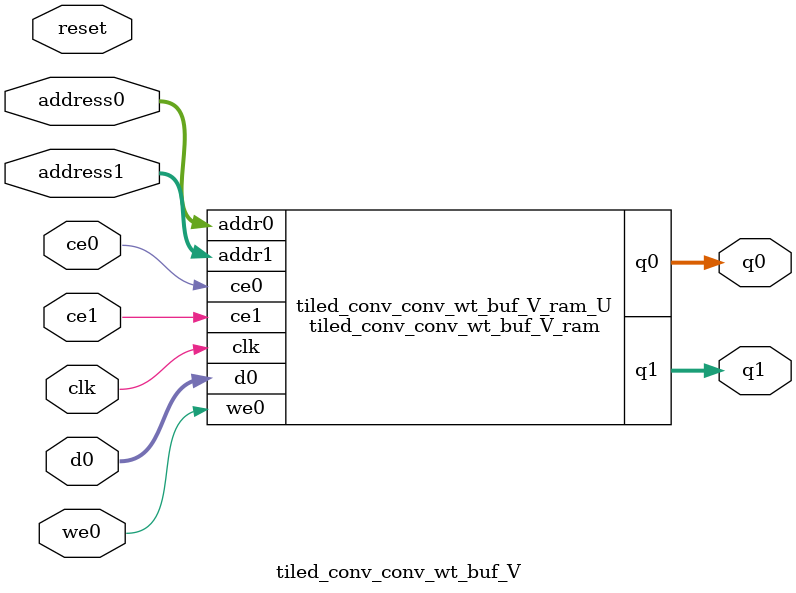
<source format=v>
`timescale 1 ns / 1 ps
module tiled_conv_conv_wt_buf_V_ram (addr0, ce0, d0, we0, q0, addr1, ce1, q1,  clk);

parameter DWIDTH = 16;
parameter AWIDTH = 10;
parameter MEM_SIZE = 588;

input[AWIDTH-1:0] addr0;
input ce0;
input[DWIDTH-1:0] d0;
input we0;
output reg[DWIDTH-1:0] q0;
input[AWIDTH-1:0] addr1;
input ce1;
output reg[DWIDTH-1:0] q1;
input clk;

reg [DWIDTH-1:0] ram[0:MEM_SIZE-1];




always @(posedge clk)  
begin 
    if (ce0) begin
        if (we0) 
            ram[addr0] <= d0; 
        q0 <= ram[addr0];
    end
end


always @(posedge clk)  
begin 
    if (ce1) begin
        q1 <= ram[addr1];
    end
end


endmodule

`timescale 1 ns / 1 ps
module tiled_conv_conv_wt_buf_V(
    reset,
    clk,
    address0,
    ce0,
    we0,
    d0,
    q0,
    address1,
    ce1,
    q1);

parameter DataWidth = 32'd16;
parameter AddressRange = 32'd588;
parameter AddressWidth = 32'd10;
input reset;
input clk;
input[AddressWidth - 1:0] address0;
input ce0;
input we0;
input[DataWidth - 1:0] d0;
output[DataWidth - 1:0] q0;
input[AddressWidth - 1:0] address1;
input ce1;
output[DataWidth - 1:0] q1;



tiled_conv_conv_wt_buf_V_ram tiled_conv_conv_wt_buf_V_ram_U(
    .clk( clk ),
    .addr0( address0 ),
    .ce0( ce0 ),
    .we0( we0 ),
    .d0( d0 ),
    .q0( q0 ),
    .addr1( address1 ),
    .ce1( ce1 ),
    .q1( q1 ));

endmodule


</source>
